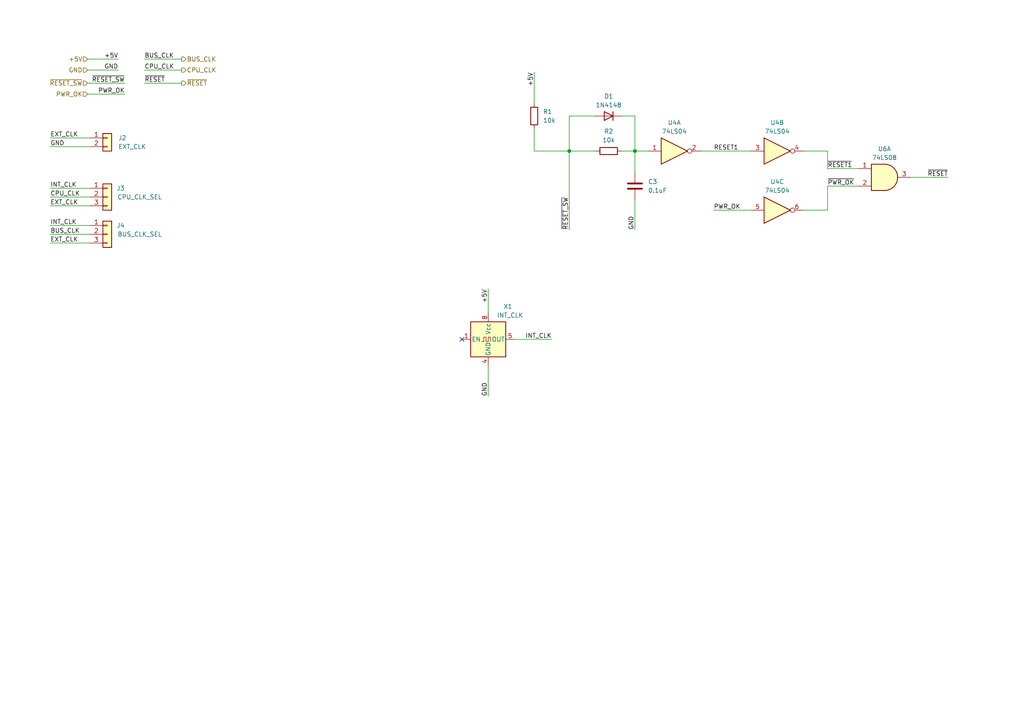
<source format=kicad_sch>
(kicad_sch (version 20230121) (generator eeschema)
  (paper "A4")
  (title_block (title "Simple Z80 board with priority IM2 interrupt decoding") (date "2023-09-05") (rev "2.3"))
  (lib_symbols
    (symbol "74xx:74LS04"
      (property "Reference" "U" (at 0 1.27 0))
      (property "Value" "74LS04" (at 0 -1.27 0))
      (symbol "74LS04_1_0"
        (polyline (pts (xy -3.81 3.81) (xy -3.81 -3.81) (xy 3.81 0) (xy -3.81 3.81)) (stroke (width 0.254)) (fill (type background)))
        (pin input line (at -7.62 0 0) (length 3.81) (name "~") (number "1"))
        (pin output inverted (at 7.62 0 180) (length 3.81) (name "~") (number "2"))
      )
      (symbol "74LS04_2_0"
        (polyline (pts (xy -3.81 3.81) (xy -3.81 -3.81) (xy 3.81 0) (xy -3.81 3.81)) (stroke (width 0.254)) (fill (type background)))
        (pin input line (at -7.62 0 0) (length 3.81) (name "~") (number "3"))
        (pin output inverted (at 7.62 0 180) (length 3.81) (name "~") (number "4"))
      )
      (symbol "74LS04_3_0"
        (polyline (pts (xy -3.81 3.81) (xy -3.81 -3.81) (xy 3.81 0) (xy -3.81 3.81)) (stroke (width 0.254)) (fill (type background)))
        (pin input line (at -7.62 0 0) (length 3.81) (name "~") (number "5"))
        (pin output inverted (at 7.62 0 180) (length 3.81) (name "~") (number "6"))
      )
      (symbol "74LS04_4_0"
        (polyline (pts (xy -3.81 3.81) (xy -3.81 -3.81) (xy 3.81 0) (xy -3.81 3.81)) (stroke (width 0.254)) (fill (type background)))
        (pin output inverted (at 7.62 0 180) (length 3.81) (name "~") (number "8"))
        (pin input line (at -7.62 0 0) (length 3.81) (name "~") (number "9"))
      )
      (symbol "74LS04_5_0"
        (polyline (pts (xy -3.81 3.81) (xy -3.81 -3.81) (xy 3.81 0) (xy -3.81 3.81)) (stroke (width 0.254)) (fill (type background)))
        (pin output inverted (at 7.62 0 180) (length 3.81) (name "~") (number "10"))
        (pin input line (at -7.62 0 0) (length 3.81) (name "~") (number "11"))
      )
      (symbol "74LS04_6_0"
        (polyline (pts (xy -3.81 3.81) (xy -3.81 -3.81) (xy 3.81 0) (xy -3.81 3.81)) (stroke (width 0.254)) (fill (type background)))
        (pin output inverted (at 7.62 0 180) (length 3.81) (name "~") (number "12"))
        (pin input line (at -7.62 0 0) (length 3.81) (name "~") (number "13"))
      )
      (symbol "74LS04_7_0"
        (pin power_in line (at 0 12.7 270) (length 5.08) (name "VCC") (number "14"))
        (pin power_in line (at 0 -12.7 90) (length 5.08) (name "GND") (number "7"))
      )
      (symbol "74LS04_7_1"
        (rectangle (start -5.08 7.62) (end 5.08 -7.62) (stroke (width 0.254)) (fill (type background)))
      )
    )
    (symbol "74xx:74LS08" (pin_names (offset 1.016))
      (property "Reference" "U" (at 0 1.27 0))
      (property "Value" "74LS08" (at 0 -1.27 0))
      (symbol "74LS08_1_1"
        (arc (start 0 -3.81) (mid 3.7934 0) (end 0 3.81) (stroke (width 0.254)) (fill (type background)))
        (polyline (pts (xy 0 3.81) (xy -3.81 3.81) (xy -3.81 -3.81) (xy 0 -3.81)) (stroke (width 0.254)) (fill (type background)))
        (pin input line (at -7.62 2.54 0) (length 3.81) (name "~") (number "1"))
        (pin input line (at -7.62 -2.54 0) (length 3.81) (name "~") (number "2"))
        (pin output line (at 7.62 0 180) (length 3.81) (name "~") (number "3"))
      )
      (symbol "74LS08_1_2"
        (arc (start -3.81 -3.81) (mid -2.589 0) (end -3.81 3.81) (stroke (width 0.254)))
        (arc (start -0.6096 -3.81) (mid 2.1842 -2.5851) (end 3.81 0) (stroke (width 0.254)) (fill (type background)))
        (polyline (pts (xy -3.81 -3.81) (xy -0.635 -3.81)) (stroke (width 0.254)) (fill (type background)))
        (polyline (pts (xy -3.81 3.81) (xy -0.635 3.81)) (stroke (width 0.254)) (fill (type background)))
        (polyline (pts (xy -0.635 3.81) (xy -3.81 3.81) (xy -3.81 3.81) (xy -3.556 3.4036) (xy -3.0226 2.2606) (xy -2.6924 1.0414) (xy -2.6162 -0.254) (xy -2.7686 -1.4986) (xy -3.175 -2.7178) (xy -3.81 -3.81) (xy -3.81 -3.81) (xy -0.635 -3.81)) (stroke (width -25.4)) (fill (type background)))
        (arc (start 3.81 0) (mid 2.1915 2.5936) (end -0.6096 3.81) (stroke (width 0.254)) (fill (type background)))
        (pin input inverted (at -7.62 2.54 0) (length 4.318) (name "~") (number "1"))
        (pin input inverted (at -7.62 -2.54 0) (length 4.318) (name "~") (number "2"))
        (pin output inverted (at 7.62 0 180) (length 3.81) (name "~") (number "3"))
      )
      (symbol "74LS08_2_1"
        (arc (start 0 -3.81) (mid 3.7934 0) (end 0 3.81) (stroke (width 0.254)) (fill (type background)))
        (polyline (pts (xy 0 3.81) (xy -3.81 3.81) (xy -3.81 -3.81) (xy 0 -3.81)) (stroke (width 0.254)) (fill (type background)))
        (pin input line (at -7.62 2.54 0) (length 3.81) (name "~") (number "4"))
        (pin input line (at -7.62 -2.54 0) (length 3.81) (name "~") (number "5"))
        (pin output line (at 7.62 0 180) (length 3.81) (name "~") (number "6"))
      )
      (symbol "74LS08_2_2"
        (arc (start -3.81 -3.81) (mid -2.589 0) (end -3.81 3.81) (stroke (width 0.254)))
        (arc (start -0.6096 -3.81) (mid 2.1842 -2.5851) (end 3.81 0) (stroke (width 0.254)) (fill (type background)))
        (polyline (pts (xy -3.81 -3.81) (xy -0.635 -3.81)) (stroke (width 0.254)) (fill (type background)))
        (polyline (pts (xy -3.81 3.81) (xy -0.635 3.81)) (stroke (width 0.254)) (fill (type background)))
        (polyline (pts (xy -0.635 3.81) (xy -3.81 3.81) (xy -3.81 3.81) (xy -3.556 3.4036) (xy -3.0226 2.2606) (xy -2.6924 1.0414) (xy -2.6162 -0.254) (xy -2.7686 -1.4986) (xy -3.175 -2.7178) (xy -3.81 -3.81) (xy -3.81 -3.81) (xy -0.635 -3.81)) (stroke (width -25.4)) (fill (type background)))
        (arc (start 3.81 0) (mid 2.1915 2.5936) (end -0.6096 3.81) (stroke (width 0.254)) (fill (type background)))
        (pin input inverted (at -7.62 2.54 0) (length 4.318) (name "~") (number "4"))
        (pin input inverted (at -7.62 -2.54 0) (length 4.318) (name "~") (number "5"))
        (pin output inverted (at 7.62 0 180) (length 3.81) (name "~") (number "6"))
      )
      (symbol "74LS08_3_1"
        (arc (start 0 -3.81) (mid 3.7934 0) (end 0 3.81) (stroke (width 0.254)) (fill (type background)))
        (polyline (pts (xy 0 3.81) (xy -3.81 3.81) (xy -3.81 -3.81) (xy 0 -3.81)) (stroke (width 0.254)) (fill (type background)))
        (pin input line (at -7.62 -2.54 0) (length 3.81) (name "~") (number "10"))
        (pin output line (at 7.62 0 180) (length 3.81) (name "~") (number "8"))
        (pin input line (at -7.62 2.54 0) (length 3.81) (name "~") (number "9"))
      )
      (symbol "74LS08_3_2"
        (arc (start -3.81 -3.81) (mid -2.589 0) (end -3.81 3.81) (stroke (width 0.254)))
        (arc (start -0.6096 -3.81) (mid 2.1842 -2.5851) (end 3.81 0) (stroke (width 0.254)) (fill (type background)))
        (polyline (pts (xy -3.81 -3.81) (xy -0.635 -3.81)) (stroke (width 0.254)) (fill (type background)))
        (polyline (pts (xy -3.81 3.81) (xy -0.635 3.81)) (stroke (width 0.254)) (fill (type background)))
        (polyline (pts (xy -0.635 3.81) (xy -3.81 3.81) (xy -3.81 3.81) (xy -3.556 3.4036) (xy -3.0226 2.2606) (xy -2.6924 1.0414) (xy -2.6162 -0.254) (xy -2.7686 -1.4986) (xy -3.175 -2.7178) (xy -3.81 -3.81) (xy -3.81 -3.81) (xy -0.635 -3.81)) (stroke (width -25.4)) (fill (type background)))
        (arc (start 3.81 0) (mid 2.1915 2.5936) (end -0.6096 3.81) (stroke (width 0.254)) (fill (type background)))
        (pin input inverted (at -7.62 -2.54 0) (length 4.318) (name "~") (number "10"))
        (pin output inverted (at 7.62 0 180) (length 3.81) (name "~") (number "8"))
        (pin input inverted (at -7.62 2.54 0) (length 4.318) (name "~") (number "9"))
      )
      (symbol "74LS08_4_1"
        (arc (start 0 -3.81) (mid 3.7934 0) (end 0 3.81) (stroke (width 0.254)) (fill (type background)))
        (polyline (pts (xy 0 3.81) (xy -3.81 3.81) (xy -3.81 -3.81) (xy 0 -3.81)) (stroke (width 0.254)) (fill (type background)))
        (pin output line (at 7.62 0 180) (length 3.81) (name "~") (number "11"))
        (pin input line (at -7.62 2.54 0) (length 3.81) (name "~") (number "12"))
        (pin input line (at -7.62 -2.54 0) (length 3.81) (name "~") (number "13"))
      )
      (symbol "74LS08_4_2"
        (arc (start -3.81 -3.81) (mid -2.589 0) (end -3.81 3.81) (stroke (width 0.254)))
        (arc (start -0.6096 -3.81) (mid 2.1842 -2.5851) (end 3.81 0) (stroke (width 0.254)) (fill (type background)))
        (polyline (pts (xy -3.81 -3.81) (xy -0.635 -3.81)) (stroke (width 0.254)) (fill (type background)))
        (polyline (pts (xy -3.81 3.81) (xy -0.635 3.81)) (stroke (width 0.254)) (fill (type background)))
        (polyline (pts (xy -0.635 3.81) (xy -3.81 3.81) (xy -3.81 3.81) (xy -3.556 3.4036) (xy -3.0226 2.2606) (xy -2.6924 1.0414) (xy -2.6162 -0.254) (xy -2.7686 -1.4986) (xy -3.175 -2.7178) (xy -3.81 -3.81) (xy -3.81 -3.81) (xy -0.635 -3.81)) (stroke (width -25.4)) (fill (type background)))
        (arc (start 3.81 0) (mid 2.1915 2.5936) (end -0.6096 3.81) (stroke (width 0.254)) (fill (type background)))
        (pin output inverted (at 7.62 0 180) (length 3.81) (name "~") (number "11"))
        (pin input inverted (at -7.62 2.54 0) (length 4.318) (name "~") (number "12"))
        (pin input inverted (at -7.62 -2.54 0) (length 4.318) (name "~") (number "13"))
      )
      (symbol "74LS08_5_0"
        (pin power_in line (at 0 12.7 270) (length 5.08) (name "VCC") (number "14"))
        (pin power_in line (at 0 -12.7 90) (length 5.08) (name "GND") (number "7"))
      )
      (symbol "74LS08_5_1"
        (rectangle (start -5.08 7.62) (end 5.08 -7.62) (stroke (width 0.254)) (fill (type background)))
      )
    )
    (symbol "Connector_Generic:Conn_01x02" (pin_names (offset 1.016) hide)
      (property "Reference" "J" (at 0 2.54 0))
      (property "Value" "Conn_01x02" (at 0 -5.08 0))
      (symbol "Conn_01x02_1_1"
        (rectangle (start -1.27 -2.413) (end 0 -2.667) (stroke (width 0.1524)))
        (rectangle (start -1.27 0.127) (end 0 -0.127) (stroke (width 0.1524)))
        (rectangle (start -1.27 1.27) (end 1.27 -3.81) (stroke (width 0.254)) (fill (type background)))
        (pin passive line (at -5.08 0 0) (length 3.81) (name "Pin_1") (number "1"))
        (pin passive line (at -5.08 -2.54 0) (length 3.81) (name "Pin_2") (number "2"))
      )
    )
    (symbol "Connector_Generic:Conn_01x03" (pin_names (offset 1.016) hide)
      (property "Reference" "J" (at 0 5.08 0))
      (property "Value" "Conn_01x03" (at 0 -5.08 0))
      (symbol "Conn_01x03_1_1"
        (rectangle (start -1.27 -2.413) (end 0 -2.667) (stroke (width 0.1524)))
        (rectangle (start -1.27 0.127) (end 0 -0.127) (stroke (width 0.1524)))
        (rectangle (start -1.27 2.667) (end 0 2.413) (stroke (width 0.1524)))
        (rectangle (start -1.27 3.81) (end 1.27 -3.81) (stroke (width 0.254)) (fill (type background)))
        (pin passive line (at -5.08 2.54 0) (length 3.81) (name "Pin_1") (number "1"))
        (pin passive line (at -5.08 0 0) (length 3.81) (name "Pin_2") (number "2"))
        (pin passive line (at -5.08 -2.54 0) (length 3.81) (name "Pin_3") (number "3"))
      )
    )
    (symbol "Device:C" (pin_numbers hide) (pin_names (offset 0.254))
      (property "Reference" "C" (at 0.635 2.54 0))
      (property "Value" "C" (at 0.635 -2.54 0))
      (symbol "C_0_1"
        (polyline (pts (xy -2.032 -0.762) (xy 2.032 -0.762)) (stroke (width 0.508)))
        (polyline (pts (xy -2.032 0.762) (xy 2.032 0.762)) (stroke (width 0.508)))
      )
      (symbol "C_1_1"
        (pin passive line (at 0 3.81 270) (length 2.794) (name "~") (number "1"))
        (pin passive line (at 0 -3.81 90) (length 2.794) (name "~") (number "2"))
      )
    )
    (symbol "Device:D" (pin_numbers hide) (pin_names (offset 1.016) hide)
      (property "Reference" "D" (at 0 2.54 0))
      (property "Value" "D" (at 0 -2.54 0))
      (symbol "D_0_1"
        (polyline (pts (xy -1.27 1.27) (xy -1.27 -1.27)) (stroke (width 0.254)))
        (polyline (pts (xy 1.27 0) (xy -1.27 0)))
        (polyline (pts (xy 1.27 1.27) (xy 1.27 -1.27) (xy -1.27 0) (xy 1.27 1.27)) (stroke (width 0.254)))
      )
      (symbol "D_1_1"
        (pin passive line (at -3.81 0 0) (length 2.54) (name "K") (number "1"))
        (pin passive line (at 3.81 0 180) (length 2.54) (name "A") (number "2"))
      )
    )
    (symbol "Device:R" (pin_numbers hide) (pin_names (offset 0))
      (property "Reference" "R" (at 2.032 0 90))
      (property "Value" "R" (at 0 0 90))
      (symbol "R_0_1"
        (rectangle (start -1.016 -2.54) (end 1.016 2.54) (stroke (width 0.254)))
      )
      (symbol "R_1_1"
        (pin passive line (at 0 3.81 270) (length 1.27) (name "~") (number "1"))
        (pin passive line (at 0 -3.81 90) (length 1.27) (name "~") (number "2"))
      )
    )
    (symbol "Oscillator:CXO_DIP8" (pin_names (offset 0.254))
      (property "Reference" "X" (at -5.08 6.35 0))
      (property "Value" "CXO_DIP8" (at 1.27 -6.35 0))
      (symbol "CXO_DIP8_0_1"
        (rectangle (start -5.08 5.08) (end 5.08 -5.08) (stroke (width 0.254)) (fill (type background)))
        (polyline (pts (xy -1.905 -0.635) (xy -1.27 -0.635) (xy -1.27 0.635) (xy -0.635 0.635) (xy -0.635 -0.635) (xy 0 -0.635) (xy 0 0.635) (xy 0.635 0.635) (xy 0.635 -0.635)))
      )
      (symbol "CXO_DIP8_1_1"
        (pin input line (at -7.62 0 0) (length 2.54) (name "EN") (number "1"))
        (pin power_in line (at 0 -7.62 90) (length 2.54) (name "GND") (number "4"))
        (pin output line (at 7.62 0 180) (length 2.54) (name "OUT") (number "5"))
        (pin power_in line (at 0 7.62 270) (length 2.54) (name "Vcc") (number "8"))
      )
    )
  )
  (junction (at 165.1 43.815))
  (junction (at 184.15 43.815))
  (no_connect (at 133.985 98.425))
  (wire (pts (xy 34.29 20.32) (xy 25.4 20.32)))
  (wire (pts (xy 184.15 33.655) (xy 184.15 43.815)))
  (wire (pts (xy 217.805 60.96) (xy 207.01 60.96)))
  (wire (pts (xy 180.34 33.655) (xy 184.15 33.655)))
  (wire (pts (xy 233.045 43.815) (xy 240.03 43.815)))
  (wire (pts (xy 165.1 43.815) (xy 154.94 43.815)))
  (wire (pts (xy 233.045 60.96) (xy 240.03 60.96)))
  (wire (pts (xy 41.91 17.145) (xy 52.705 17.145)))
  (wire (pts (xy 149.225 98.425) (xy 160.02 98.425)))
  (wire (pts (xy 184.15 43.815) (xy 187.96 43.815)))
  (wire (pts (xy 154.94 43.815) (xy 154.94 37.465)))
  (wire (pts (xy 203.2 43.815) (xy 217.805 43.815)))
  (wire (pts (xy 240.03 43.815) (xy 240.03 48.895)))
  (wire (pts (xy 34.29 17.145) (xy 25.4 17.145)))
  (wire (pts (xy 165.1 33.655) (xy 165.1 43.815)))
  (wire (pts (xy 26.035 40.005) (xy 14.605 40.005)))
  (wire (pts (xy 26.035 65.405) (xy 14.605 65.405)))
  (wire (pts (xy 184.15 43.815) (xy 184.15 50.165)))
  (wire (pts (xy 14.605 42.545) (xy 26.035 42.545)))
  (wire (pts (xy 264.16 51.435) (xy 274.955 51.435)))
  (wire (pts (xy 25.4 24.13) (xy 36.195 24.13)))
  (wire (pts (xy 172.72 33.655) (xy 165.1 33.655)))
  (wire (pts (xy 25.4 27.305) (xy 36.195 27.305)))
  (wire (pts (xy 180.34 43.815) (xy 184.15 43.815)))
  (wire (pts (xy 26.035 59.69) (xy 14.605 59.69)))
  (wire (pts (xy 41.91 20.32) (xy 52.705 20.32)))
  (wire (pts (xy 240.03 53.975) (xy 248.92 53.975)))
  (wire (pts (xy 26.035 70.485) (xy 14.605 70.485)))
  (wire (pts (xy 240.03 48.895) (xy 248.92 48.895)))
  (wire (pts (xy 165.1 43.815) (xy 165.1 66.675)))
  (wire (pts (xy 26.035 54.61) (xy 14.605 54.61)))
  (wire (pts (xy 141.605 114.935) (xy 141.605 106.045)))
  (wire (pts (xy 41.91 24.13) (xy 52.705 24.13)))
  (wire (pts (xy 141.605 83.82) (xy 141.605 90.805)))
  (wire (pts (xy 184.15 66.675) (xy 184.15 57.785)))
  (wire (pts (xy 240.03 60.96) (xy 240.03 53.975)))
  (wire (pts (xy 26.035 57.15) (xy 14.605 57.15)))
  (wire (pts (xy 172.72 43.815) (xy 165.1 43.815)))
  (wire (pts (xy 154.94 20.955) (xy 154.94 29.845)))
  (wire (pts (xy 26.035 67.945) (xy 14.605 67.945)))
  (label "+5V" (at 141.605 83.82 270))
  (label "CPU_CLK" (at 41.91 20.32 0))
  (label "INT_CLK" (at 14.605 54.61 0))
  (label "GND" (at 34.29 20.32 180))
  (label "EXT_CLK" (at 14.605 40.005 0))
  (label "GND" (at 141.605 114.935 90))
  (label "RESET1" (at 207.01 43.815 0))
  (label "INT_CLK" (at 160.02 98.425 180))
  (label "+5V" (at 34.29 17.145 180))
  (label "PWR_OK" (at 207.01 60.96 0))
  (label "INT_CLK" (at 14.605 65.405 0))
  (label "CPU_CLK" (at 14.605 57.15 0))
  (label "EXT_CLK" (at 14.605 59.69 0))
  (label "GND" (at 14.605 42.545 0))
  (label "~{RESET_SW}" (at 165.1 66.675 90))
  (label "~{PWR_OK}" (at 240.03 53.975 0))
  (label "~{RESET}" (at 274.955 51.435 180))
  (label "~{RESET1}" (at 240.03 48.895 0))
  (label "+5V" (at 154.94 20.955 270))
  (label "BUS_CLK" (at 14.605 67.945 0))
  (label "GND" (at 184.15 66.675 90))
  (label "EXT_CLK" (at 14.605 70.485 0))
  (label "~{RESET}" (at 41.91 24.13 0))
  (label "~{RESET_SW}" (at 36.195 24.13 180))
  (label "PWR_OK" (at 36.195 27.305 180))
  (label "BUS_CLK" (at 41.91 17.145 0))
  (hierarchical_label "~{RESET}" (shape output) (at 52.705 24.13 0))
  (hierarchical_label "BUS_CLK" (shape output) (at 52.705 17.145 0))
  (hierarchical_label "~{RESET_SW}" (shape input) (at 25.4 24.13 180))
  (hierarchical_label "GND" (shape input) (at 25.4 20.32 180))
  (hierarchical_label "CPU_CLK" (shape output) (at 52.705 20.32 0))
  (hierarchical_label "+5V" (shape input) (at 25.4 17.145 180))
  (hierarchical_label "PWR_OK" (shape input) (at 25.4 27.305 180))
  (symbol (lib_id "74xx:74LS04") (at 195.58 43.815 0) (unit 1)
    (property "Reference" "U4" (at 195.58 35.56 0))
    (property "Value" "74LS04" (at 195.58 38.1 0))
    (property "Footprint" "Package_DIP:DIP-14_W7.62mm_Socket" (effects hide))
    (property "Datasheet" "http://www.ti.com/lit/gpn/sn74LS04" (effects hide))
  )
  (symbol (lib_id "74xx:74LS04") (at 225.425 43.815 0) (unit 2)
    (property "Reference" "U4" (at 225.425 35.56 0))
    (property "Value" "74LS04" (at 225.425 38.1 0))
    (property "Footprint" "Package_DIP:DIP-14_W7.62mm_Socket" (effects hide))
    (property "Datasheet" "http://www.ti.com/lit/gpn/sn74LS04" (effects hide))
  )
  (symbol (lib_id "Oscillator:CXO_DIP8") (at 141.605 98.425 0) (unit 1)
    (property "Reference" "X1" (at 147.32 88.9 0))
    (property "Value" "INT_CLK" (at 147.955 91.44 0))
    (property "Footprint" "Package_DIP:DIP-8_W7.62mm_Socket" (effects hide))
    (property "Datasheet" "http://cdn-reichelt.de/documents/datenblatt/B400/OSZI.pdf" (effects hide))
  )
  (symbol (lib_id "Device:R") (at 176.53 43.815 270) (unit 1)
    (property "Reference" "R2" (at 176.53 38.1 90))
    (property "Value" "10k" (at 176.53 40.64 90))
    (property "Footprint" "Resistor_THT:R_Axial_DIN0204_L3.6mm_D1.6mm_P7.62mm_Horizontal" (effects hide))
    (instances (project "clock_reset_board" (path "" (reference "R2") (unit 1))) (project "simple_z80" (path "" (reference "R3") (unit 1))))
  )
  (symbol (lib_id "74xx:74LS04") (at 225.425 60.96 0) (unit 3)
    (property "Reference" "U4" (at 225.425 52.705 0))
    (property "Value" "74LS04" (at 225.425 55.245 0))
    (property "Footprint" "Package_DIP:DIP-14_W7.62mm_Socket" (effects hide))
    (property "Datasheet" "http://www.ti.com/lit/gpn/sn74LS04" (effects hide))
  )
  (symbol (lib_id "Device:C") (at 184.15 53.975 0) (unit 1)
    (property "Reference" "C3" (at 187.96 52.705 0) (effects (justify left)))
    (property "Value" "0.1uF" (at 187.96 55.245 0) (effects (justify left)))
    (property "Footprint" "Capacitor_THT:C_Disc_D5.0mm_W2.5mm_P2.50mm" (effects hide))
    (instances (project "clock_reset_board" (path "" (reference "C3") (unit 1))) (project "simple_z80" (path "" (reference "C12") (unit 1))))
  )
  (symbol (lib_id "Connector_Generic:Conn_01x03") (at 31.115 57.15 0) (unit 1)
    (property "Reference" "J3" (at 36.195 54.61 0) (effects (justify right)))
    (property "Value" "CPU_CLK_SEL" (at 46.99 57.15 0) (effects (justify right)))
    (property "Footprint" "Connector_PinHeader_2.54mm:PinHeader_1x03_P2.54mm_Horizontal" (effects hide))
    (instances (project "clock_reset_board" (path "" (reference "J3") (unit 1))) (project "simple_z80" (path "" (reference "J5") (unit 1))))
  )
  (symbol (lib_id "74xx:74LS08") (at 256.54 51.435 0) (unit 1)
    (property "Reference" "U6" (at 256.5317 43.18 0))
    (property "Value" "74LS08" (at 256.5317 45.72 0))
    (property "Footprint" "Package_DIP:DIP-14_W7.62mm_Socket" (effects hide))
    (property "Datasheet" "http://www.ti.com/lit/gpn/sn74LS08" (effects hide))
  )
  (symbol (lib_id "Device:D") (at 176.53 33.655 180) (unit 1)
    (property "Reference" "D1" (at 176.53 27.94 0))
    (property "Value" "1N4148" (at 176.53 30.48 0))
    (property "Footprint" "Diode_THT:D_A-405_P7.62mm_Horizontal" (effects hide))
    (property "Sim.Device" "D" (effects hide))
    (property "Sim.Pins" "1=K 2=A" (effects hide))
    (instances (project "clock_reset_board" (path "" (reference "D1") (unit 1))) (project "simple_z80" (path "" (reference "D2") (unit 1))))
  )
  (symbol (lib_id "Device:R") (at 154.94 33.655 0) (unit 1)
    (property "Reference" "R1" (at 157.48 32.385 0) (effects (justify left)))
    (property "Value" "10k" (at 157.48 34.925 0) (effects (justify left)))
    (property "Footprint" "Resistor_THT:R_Axial_DIN0204_L3.6mm_D1.6mm_P7.62mm_Horizontal" (effects hide))
    (instances (project "clock_reset_board" (path "" (reference "R1") (unit 1))) (project "simple_z80" (path "" (reference "R2") (unit 1))))
  )
  (symbol (lib_id "Connector_Generic:Conn_01x03") (at 31.115 67.945 0) (unit 1)
    (property "Reference" "J4" (at 36.195 65.405 0) (effects (justify right)))
    (property "Value" "BUS_CLK_SEL" (at 46.99 67.945 0) (effects (justify right)))
    (property "Footprint" "Connector_PinHeader_2.54mm:PinHeader_1x03_P2.54mm_Horizontal" (effects hide))
    (instances (project "clock_reset_board" (path "" (reference "J4") (unit 1))) (project "simple_z80" (path "" (reference "J6") (unit 1))))
  )
  (symbol (lib_id "Connector_Generic:Conn_01x02") (at 31.115 40.005 0) (unit 1)
    (property "Reference" "J2" (at 34.29 40.005 0) (effects (justify left)))
    (property "Value" "EXT_CLK" (at 34.29 42.545 0) (effects (justify left)))
    (property "Footprint" "Connector_PinHeader_2.54mm:PinHeader_1x02_P2.54mm_Horizontal" (effects hide))
    (instances (project "clock_reset_board" (path "" (reference "J2") (unit 1))) (project "simple_z80" (path "" (reference "J4") (unit 1))))
  )
)
</source>
